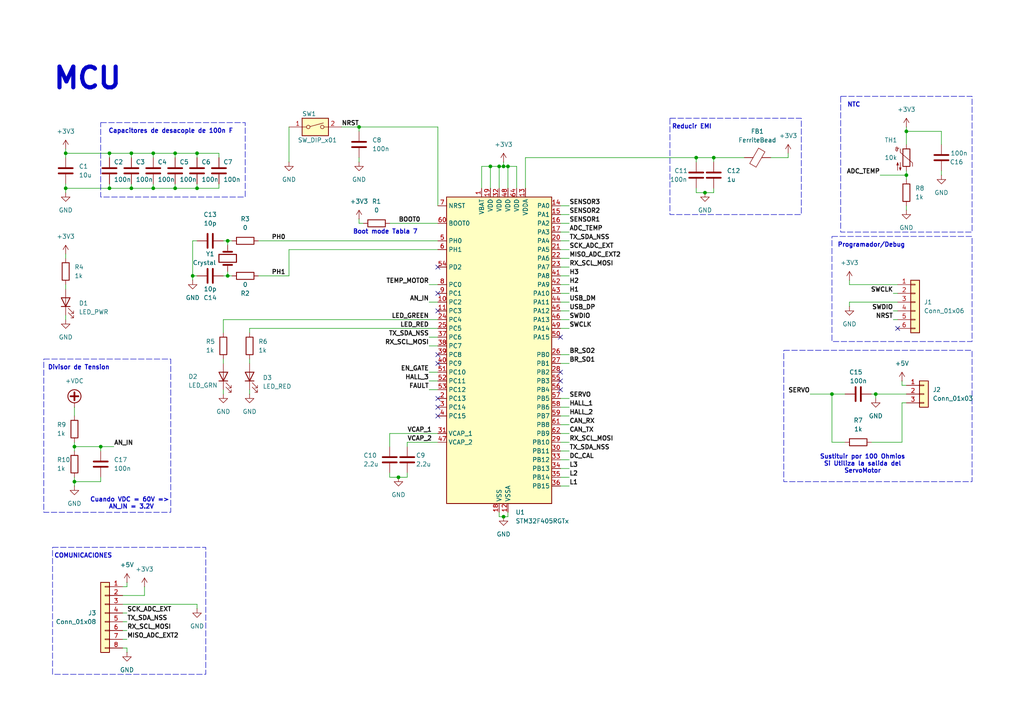
<source format=kicad_sch>
(kicad_sch (version 20231120) (generator "eeschema") (generator_version "8.0")
  (paper "A4")
  (lib_symbols
    (symbol "Connector_Generic:Conn_01x03" (pin_names (offset 1.016) hide)
      (property "Reference" "J" (at 0 5.08 0))
      (property "Value" "Conn_01x03" (at 0 -5.08 0))
      (symbol "Conn_01x03_1_1"
        (rectangle (start -1.27 -2.413) (end 0 -2.667) (stroke (width 0.1524)))
        (rectangle (start -1.27 0.127) (end 0 -0.127) (stroke (width 0.1524)))
        (rectangle (start -1.27 2.667) (end 0 2.413) (stroke (width 0.1524)))
        (rectangle (start -1.27 3.81) (end 1.27 -3.81) (stroke (width 0.254)) (fill (type background)))
        (pin passive line (at -5.08 2.54 0) (length 3.81) (name "Pin_1") (number "1"))
        (pin passive line (at -5.08 0 0) (length 3.81) (name "Pin_2") (number "2"))
        (pin passive line (at -5.08 -2.54 0) (length 3.81) (name "Pin_3") (number "3"))
      )
    )
    (symbol "Connector_Generic:Conn_01x06" (pin_names (offset 1.016) hide)
      (property "Reference" "J" (at 0 7.62 0))
      (property "Value" "Conn_01x06" (at 0 -10.16 0))
      (symbol "Conn_01x06_1_1"
        (rectangle (start -1.27 -7.493) (end 0 -7.747) (stroke (width 0.1524)))
        (rectangle (start -1.27 -4.953) (end 0 -5.207) (stroke (width 0.1524)))
        (rectangle (start -1.27 -2.413) (end 0 -2.667) (stroke (width 0.1524)))
        (rectangle (start -1.27 0.127) (end 0 -0.127) (stroke (width 0.1524)))
        (rectangle (start -1.27 2.667) (end 0 2.413) (stroke (width 0.1524)))
        (rectangle (start -1.27 5.207) (end 0 4.953) (stroke (width 0.1524)))
        (rectangle (start -1.27 6.35) (end 1.27 -8.89) (stroke (width 0.254)) (fill (type background)))
        (pin passive line (at -5.08 5.08 0) (length 3.81) (name "Pin_1") (number "1"))
        (pin passive line (at -5.08 2.54 0) (length 3.81) (name "Pin_2") (number "2"))
        (pin passive line (at -5.08 0 0) (length 3.81) (name "Pin_3") (number "3"))
        (pin passive line (at -5.08 -2.54 0) (length 3.81) (name "Pin_4") (number "4"))
        (pin passive line (at -5.08 -5.08 0) (length 3.81) (name "Pin_5") (number "5"))
        (pin passive line (at -5.08 -7.62 0) (length 3.81) (name "Pin_6") (number "6"))
      )
    )
    (symbol "Connector_Generic:Conn_01x08" (pin_names (offset 1.016) hide)
      (property "Reference" "J" (at 0 10.16 0))
      (property "Value" "Conn_01x08" (at 0 -12.7 0))
      (symbol "Conn_01x08_1_1"
        (rectangle (start -1.27 -10.033) (end 0 -10.287) (stroke (width 0.1524)))
        (rectangle (start -1.27 -7.493) (end 0 -7.747) (stroke (width 0.1524)))
        (rectangle (start -1.27 -4.953) (end 0 -5.207) (stroke (width 0.1524)))
        (rectangle (start -1.27 -2.413) (end 0 -2.667) (stroke (width 0.1524)))
        (rectangle (start -1.27 0.127) (end 0 -0.127) (stroke (width 0.1524)))
        (rectangle (start -1.27 2.667) (end 0 2.413) (stroke (width 0.1524)))
        (rectangle (start -1.27 5.207) (end 0 4.953) (stroke (width 0.1524)))
        (rectangle (start -1.27 7.747) (end 0 7.493) (stroke (width 0.1524)))
        (rectangle (start -1.27 8.89) (end 1.27 -11.43) (stroke (width 0.254)) (fill (type background)))
        (pin passive line (at -5.08 7.62 0) (length 3.81) (name "Pin_1") (number "1"))
        (pin passive line (at -5.08 5.08 0) (length 3.81) (name "Pin_2") (number "2"))
        (pin passive line (at -5.08 2.54 0) (length 3.81) (name "Pin_3") (number "3"))
        (pin passive line (at -5.08 0 0) (length 3.81) (name "Pin_4") (number "4"))
        (pin passive line (at -5.08 -2.54 0) (length 3.81) (name "Pin_5") (number "5"))
        (pin passive line (at -5.08 -5.08 0) (length 3.81) (name "Pin_6") (number "6"))
        (pin passive line (at -5.08 -7.62 0) (length 3.81) (name "Pin_7") (number "7"))
        (pin passive line (at -5.08 -10.16 0) (length 3.81) (name "Pin_8") (number "8"))
      )
    )
    (symbol "Device:C" (pin_numbers hide) (pin_names (offset 0.254))
      (property "Reference" "C" (at 0.635 2.54 0))
      (property "Value" "C" (at 0.635 -2.54 0))
      (symbol "C_0_1"
        (polyline (pts (xy -2.032 -0.762) (xy 2.032 -0.762)) (stroke (width 0.508)))
        (polyline (pts (xy -2.032 0.762) (xy 2.032 0.762)) (stroke (width 0.508)))
      )
      (symbol "C_1_1"
        (pin passive line (at 0 3.81 270) (length 2.794) (name "~") (number "1"))
        (pin passive line (at 0 -3.81 90) (length 2.794) (name "~") (number "2"))
      )
    )
    (symbol "Device:Crystal" (pin_numbers hide) (pin_names (offset 1.016) hide)
      (property "Reference" "Y" (at 0 3.81 0))
      (property "Value" "Crystal" (at 0 -3.81 0))
      (symbol "Crystal_0_1"
        (rectangle (start -1.143 2.54) (end 1.143 -2.54) (stroke (width 0.3048)))
        (polyline (pts (xy -2.54 0) (xy -1.905 0)))
        (polyline (pts (xy -1.905 -1.27) (xy -1.905 1.27)) (stroke (width 0.508)))
        (polyline (pts (xy 1.905 -1.27) (xy 1.905 1.27)) (stroke (width 0.508)))
        (polyline (pts (xy 2.54 0) (xy 1.905 0)))
      )
      (symbol "Crystal_1_1"
        (pin passive line (at -3.81 0 0) (length 1.27) (name "1") (number "1"))
        (pin passive line (at 3.81 0 180) (length 1.27) (name "2") (number "2"))
      )
    )
    (symbol "Device:FerriteBead" (pin_numbers hide) (pin_names (offset 0))
      (property "Reference" "FB" (at -3.81 0.635 90))
      (property "Value" "FerriteBead" (at 3.81 0 90))
      (symbol "FerriteBead_0_1"
        (polyline (pts (xy 0 -1.27) (xy 0 -1.2192)))
        (polyline (pts (xy 0 1.27) (xy 0 1.2954)))
        (polyline (pts (xy -2.7686 0.4064) (xy -1.7018 2.2606) (xy 2.7686 -0.3048) (xy 1.6764 -2.159) (xy -2.7686 0.4064)))
      )
      (symbol "FerriteBead_1_1"
        (pin passive line (at 0 3.81 270) (length 2.54) (name "~") (number "1"))
        (pin passive line (at 0 -3.81 90) (length 2.54) (name "~") (number "2"))
      )
    )
    (symbol "Device:LED" (pin_numbers hide) (pin_names (offset 1.016) hide)
      (property "Reference" "D" (at 0 2.54 0))
      (property "Value" "LED" (at 0 -2.54 0))
      (symbol "LED_0_1"
        (polyline (pts (xy -1.27 -1.27) (xy -1.27 1.27)) (stroke (width 0.254)))
        (polyline (pts (xy -1.27 0) (xy 1.27 0)))
        (polyline (pts (xy 1.27 -1.27) (xy 1.27 1.27) (xy -1.27 0) (xy 1.27 -1.27)) (stroke (width 0.254)))
        (polyline (pts (xy -3.048 -0.762) (xy -4.572 -2.286) (xy -3.81 -2.286) (xy -4.572 -2.286) (xy -4.572 -1.524)))
        (polyline (pts (xy -1.778 -0.762) (xy -3.302 -2.286) (xy -2.54 -2.286) (xy -3.302 -2.286) (xy -3.302 -1.524)))
      )
      (symbol "LED_1_1"
        (pin passive line (at -3.81 0 0) (length 2.54) (name "K") (number "1"))
        (pin passive line (at 3.81 0 180) (length 2.54) (name "A") (number "2"))
      )
    )
    (symbol "Device:R" (pin_numbers hide) (pin_names (offset 0))
      (property "Reference" "R" (at 2.032 0 90))
      (property "Value" "R" (at 0 0 90))
      (symbol "R_0_1"
        (rectangle (start -1.016 -2.54) (end 1.016 2.54) (stroke (width 0.254)))
      )
      (symbol "R_1_1"
        (pin passive line (at 0 3.81 270) (length 1.27) (name "~") (number "1"))
        (pin passive line (at 0 -3.81 90) (length 1.27) (name "~") (number "2"))
      )
    )
    (symbol "Device:Thermistor_NTC" (pin_numbers hide) (pin_names (offset 0))
      (property "Reference" "TH" (at -4.445 0 90))
      (property "Value" "Thermistor_NTC" (at 3.175 0 90))
      (symbol "Thermistor_NTC_0_1"
        (arc (start -3.048 2.159) (mid -3.0495 2.3143) (end -3.175 2.413))
        (arc (start -3.048 2.159) (mid -2.9736 1.9794) (end -2.794 1.905))
        (arc (start -3.048 2.794) (mid -2.9736 2.6144) (end -2.794 2.54))
        (arc (start -2.794 1.905) (mid -2.6144 1.9794) (end -2.54 2.159))
        (arc (start -2.794 2.54) (mid -2.4393 2.5587) (end -2.159 2.794))
        (arc (start -2.794 3.048) (mid -2.9736 2.9736) (end -3.048 2.794))
        (arc (start -2.54 2.794) (mid -2.6144 2.9736) (end -2.794 3.048))
        (rectangle (start -1.016 2.54) (end 1.016 -2.54) (stroke (width 0.254)))
        (polyline (pts (xy -2.54 2.159) (xy -2.54 2.794)))
        (polyline (pts (xy -1.778 2.54) (xy -1.778 1.524) (xy 1.778 -1.524) (xy 1.778 -2.54)))
        (polyline (pts (xy -2.54 -3.683) (xy -2.54 -1.397) (xy -2.794 -2.159) (xy -2.286 -2.159) (xy -2.54 -1.397) (xy -2.54 -1.651)) (fill (type outline)))
        (polyline (pts (xy -1.778 -1.397) (xy -1.778 -3.683) (xy -2.032 -2.921) (xy -1.524 -2.921) (xy -1.778 -3.683) (xy -1.778 -3.429)) (fill (type outline)))
      )
      (symbol "Thermistor_NTC_1_1"
        (pin passive line (at 0 3.81 270) (length 1.27) (name "~") (number "1"))
        (pin passive line (at 0 -3.81 90) (length 1.27) (name "~") (number "2"))
      )
    )
    (symbol "MCU_ST_STM32F4:STM32F405RGTx"
      (property "Reference" "U" (at -15.24 46.99 0))
      (property "Value" "STM32F405RGTx" (at 10.16 46.99 0))
      (symbol "STM32F405RGTx_0_1"
        (rectangle (start -15.24 -43.18) (end 15.24 45.72) (stroke (width 0.254)) (fill (type background)))
      )
      (symbol "STM32F405RGTx_1_1"
        (pin power_in line (at -5.08 48.26 270) (length 2.54) (name "VBAT") (number "1"))
        (pin bidirectional line (at -17.78 15.24 0) (length 2.54) (name "PC2") (number "10"))
        (pin bidirectional line (at -17.78 12.7 0) (length 2.54) (name "PC3") (number "11"))
        (pin power_in line (at 2.54 -45.72 90) (length 2.54) (name "VSSA") (number "12"))
        (pin power_in line (at 7.62 48.26 270) (length 2.54) (name "VDDA") (number "13"))
        (pin bidirectional line (at 17.78 43.18 180) (length 2.54) (name "PA0") (number "14"))
        (pin bidirectional line (at 17.78 40.64 180) (length 2.54) (name "PA1") (number "15"))
        (pin bidirectional line (at 17.78 38.1 180) (length 2.54) (name "PA2") (number "16"))
        (pin bidirectional line (at 17.78 35.56 180) (length 2.54) (name "PA3") (number "17"))
        (pin power_in line (at 0 -45.72 90) (length 2.54) (name "VSS") (number "18"))
        (pin power_in line (at -2.54 48.26 270) (length 2.54) (name "VDD") (number "19"))
        (pin bidirectional line (at -17.78 -12.7 0) (length 2.54) (name "PC13") (number "2"))
        (pin bidirectional line (at 17.78 33.02 180) (length 2.54) (name "PA4") (number "20"))
        (pin bidirectional line (at 17.78 30.48 180) (length 2.54) (name "PA5") (number "21"))
        (pin bidirectional line (at 17.78 27.94 180) (length 2.54) (name "PA6") (number "22"))
        (pin bidirectional line (at 17.78 25.4 180) (length 2.54) (name "PA7") (number "23"))
        (pin bidirectional line (at -17.78 10.16 0) (length 2.54) (name "PC4") (number "24"))
        (pin bidirectional line (at -17.78 7.62 0) (length 2.54) (name "PC5") (number "25"))
        (pin bidirectional line (at 17.78 0 180) (length 2.54) (name "PB0") (number "26"))
        (pin bidirectional line (at 17.78 -2.54 180) (length 2.54) (name "PB1") (number "27"))
        (pin bidirectional line (at 17.78 -5.08 180) (length 2.54) (name "PB2") (number "28"))
        (pin bidirectional line (at 17.78 -25.4 180) (length 2.54) (name "PB10") (number "29"))
        (pin bidirectional line (at -17.78 -15.24 0) (length 2.54) (name "PC14") (number "3"))
        (pin bidirectional line (at 17.78 -27.94 180) (length 2.54) (name "PB11") (number "30"))
        (pin power_out line (at -17.78 -22.86 0) (length 2.54) (name "VCAP_1") (number "31"))
        (pin power_in line (at 0 48.26 270) (length 2.54) (name "VDD") (number "32"))
        (pin bidirectional line (at 17.78 -30.48 180) (length 2.54) (name "PB12") (number "33"))
        (pin bidirectional line (at 17.78 -33.02 180) (length 2.54) (name "PB13") (number "34"))
        (pin bidirectional line (at 17.78 -35.56 180) (length 2.54) (name "PB14") (number "35"))
        (pin bidirectional line (at 17.78 -38.1 180) (length 2.54) (name "PB15") (number "36"))
        (pin bidirectional line (at -17.78 5.08 0) (length 2.54) (name "PC6") (number "37"))
        (pin bidirectional line (at -17.78 2.54 0) (length 2.54) (name "PC7") (number "38"))
        (pin bidirectional line (at -17.78 0 0) (length 2.54) (name "PC8") (number "39"))
        (pin bidirectional line (at -17.78 -17.78 0) (length 2.54) (name "PC15") (number "4"))
        (pin bidirectional line (at -17.78 -2.54 0) (length 2.54) (name "PC9") (number "40"))
        (pin bidirectional line (at 17.78 22.86 180) (length 2.54) (name "PA8") (number "41"))
        (pin bidirectional line (at 17.78 20.32 180) (length 2.54) (name "PA9") (number "42"))
        (pin bidirectional line (at 17.78 17.78 180) (length 2.54) (name "PA10") (number "43"))
        (pin bidirectional line (at 17.78 15.24 180) (length 2.54) (name "PA11") (number "44"))
        (pin bidirectional line (at 17.78 12.7 180) (length 2.54) (name "PA12") (number "45"))
        (pin bidirectional line (at 17.78 10.16 180) (length 2.54) (name "PA13") (number "46"))
        (pin power_out line (at -17.78 -25.4 0) (length 2.54) (name "VCAP_2") (number "47"))
        (pin power_in line (at 2.54 48.26 270) (length 2.54) (name "VDD") (number "48"))
        (pin bidirectional line (at 17.78 7.62 180) (length 2.54) (name "PA14") (number "49"))
        (pin bidirectional line (at -17.78 33.02 0) (length 2.54) (name "PH0") (number "5"))
        (pin bidirectional line (at 17.78 5.08 180) (length 2.54) (name "PA15") (number "50"))
        (pin bidirectional line (at -17.78 -5.08 0) (length 2.54) (name "PC10") (number "51"))
        (pin bidirectional line (at -17.78 -7.62 0) (length 2.54) (name "PC11") (number "52"))
        (pin bidirectional line (at -17.78 -10.16 0) (length 2.54) (name "PC12") (number "53"))
        (pin bidirectional line (at -17.78 25.4 0) (length 2.54) (name "PD2") (number "54"))
        (pin bidirectional line (at 17.78 -7.62 180) (length 2.54) (name "PB3") (number "55"))
        (pin bidirectional line (at 17.78 -10.16 180) (length 2.54) (name "PB4") (number "56"))
        (pin bidirectional line (at 17.78 -12.7 180) (length 2.54) (name "PB5") (number "57"))
        (pin bidirectional line (at 17.78 -15.24 180) (length 2.54) (name "PB6") (number "58"))
        (pin bidirectional line (at 17.78 -17.78 180) (length 2.54) (name "PB7") (number "59"))
        (pin bidirectional line (at -17.78 30.48 0) (length 2.54) (name "PH1") (number "6"))
        (pin input line (at -17.78 38.1 0) (length 2.54) (name "BOOT0") (number "60"))
        (pin bidirectional line (at 17.78 -20.32 180) (length 2.54) (name "PB8") (number "61"))
        (pin bidirectional line (at 17.78 -22.86 180) (length 2.54) (name "PB9") (number "62"))
        (pin passive line (at 0 -45.72 90) (length 2.54) hide (name "VSS") (number "63"))
        (pin power_in line (at 5.08 48.26 270) (length 2.54) (name "VDD") (number "64"))
        (pin input line (at -17.78 43.18 0) (length 2.54) (name "NRST") (number "7"))
        (pin bidirectional line (at -17.78 20.32 0) (length 2.54) (name "PC0") (number "8"))
        (pin bidirectional line (at -17.78 17.78 0) (length 2.54) (name "PC1") (number "9"))
      )
    )
    (symbol "Switch:SW_DIP_x01" (pin_names (offset 0) hide)
      (property "Reference" "SW" (at 0 3.81 0))
      (property "Value" "SW_DIP_x01" (at 0 -3.81 0))
      (symbol "SW_DIP_x01_0_0"
        (circle (center -2.032 0) (radius 0.508))
        (polyline (pts (xy -1.524 0.127) (xy 2.3622 1.1684)))
        (circle (center 2.032 0) (radius 0.508))
      )
      (symbol "SW_DIP_x01_0_1"
        (rectangle (start -3.81 2.54) (end 3.81 -2.54) (stroke (width 0.254)) (fill (type background)))
      )
      (symbol "SW_DIP_x01_1_1"
        (pin passive line (at -7.62 0 0) (length 5.08) (name "~") (number "1"))
        (pin passive line (at 7.62 0 180) (length 5.08) (name "~") (number "2"))
      )
    )
    (symbol "power:+3V3" (power) (pin_numbers hide) (pin_names (offset 0) hide)
      (property "Value" "+3V3" (at 0 3.556 0))
      (symbol "+3V3_0_1"
        (polyline (pts (xy -0.762 1.27) (xy 0 2.54)))
        (polyline (pts (xy 0 0) (xy 0 2.54)))
        (polyline (pts (xy 0 2.54) (xy 0.762 1.27)))
      )
      (symbol "+3V3_1_1"
        (pin power_in line (at 0 0 90) (length 0) (name "~") (number "1"))
      )
    )
    (symbol "power:+5V" (power) (pin_numbers hide) (pin_names (offset 0) hide)
      (property "Value" "+5V" (at 0 3.556 0))
      (symbol "+5V_0_1"
        (polyline (pts (xy -0.762 1.27) (xy 0 2.54)))
        (polyline (pts (xy 0 0) (xy 0 2.54)))
        (polyline (pts (xy 0 2.54) (xy 0.762 1.27)))
      )
      (symbol "+5V_1_1"
        (pin power_in line (at 0 0 90) (length 0) (name "~") (number "1"))
      )
    )
    (symbol "power:+VDC" (power) (pin_numbers hide) (pin_names (offset 0) hide)
      (property "Value" "+VDC" (at 0 6.35 0))
      (symbol "+VDC_0_1"
        (polyline (pts (xy -1.143 3.175) (xy 1.143 3.175)) (stroke (width 0.508)))
        (polyline (pts (xy 0 0) (xy 0 1.27)))
        (polyline (pts (xy 0 2.032) (xy 0 4.318)) (stroke (width 0.508)))
        (circle (center 0 3.175) (radius 1.905) (stroke (width 0.254)))
      )
      (symbol "+VDC_1_1"
        (pin power_in line (at 0 0 90) (length 0) (name "~") (number "1"))
      )
    )
    (symbol "power:GND" (power) (pin_numbers hide) (pin_names (offset 0) hide)
      (property "Value" "GND" (at 0 -3.81 0))
      (symbol "GND_0_1"
        (polyline (pts (xy 0 0) (xy 0 -1.27) (xy 1.27 -1.27) (xy 0 -2.54) (xy -1.27 -1.27) (xy 0 -1.27)))
      )
      (symbol "GND_1_1"
        (pin power_in line (at 0 0 270) (length 0) (name "~") (number "1"))
      )
    )
  )
  (junction (at 55.88 80.01))
  (junction (at 115.57 138.43))
  (junction (at 207.01 45.72))
  (junction (at 262.89 38.1))
  (junction (at 19.05 44.45))
  (junction (at 21.59 139.7))
  (junction (at 44.45 54.61))
  (junction (at 142.24 48.26))
  (junction (at 38.1 54.61))
  (junction (at 241.3 114.3))
  (junction (at 50.8 44.45))
  (junction (at 144.78 48.26))
  (junction (at 262.89 50.8))
  (junction (at 254 114.3))
  (junction (at 201.93 45.72))
  (junction (at 57.15 54.61))
  (junction (at 57.15 44.45))
  (junction (at 31.75 54.61))
  (junction (at 104.14 36.83))
  (junction (at 146.05 48.26))
  (junction (at 29.21 129.54))
  (junction (at 31.75 44.45))
  (junction (at 204.47 55.88))
  (junction (at 19.05 54.61))
  (junction (at 147.32 48.26))
  (junction (at 146.05 149.86))
  (junction (at 21.59 129.54))
  (junction (at 66.04 80.01))
  (junction (at 38.1 44.45))
  (junction (at 50.8 54.61))
  (junction (at 66.04 69.85))
  (junction (at 44.45 44.45))
  (no_connect (at 260.35 95.25))
  (no_connect (at 127 105.41))
  (no_connect (at 127 77.47))
  (no_connect (at 127 85.09))
  (no_connect (at 162.56 110.49))
  (no_connect (at 127 115.57))
  (no_connect (at 162.56 97.79))
  (no_connect (at 127 90.17))
  (no_connect (at 162.56 113.03))
  (no_connect (at 127 118.11))
  (no_connect (at 162.56 107.95))
  (no_connect (at 127 102.87))
  (no_connect (at 127 120.65))
  (wire (pts (xy 72.39 95.25) (xy 72.39 96.52)))
  (wire (pts (xy 19.05 91.44) (xy 19.05 92.71)))
  (wire (pts (xy 19.05 43.18) (xy 19.05 44.45)))
  (wire (pts (xy 55.88 80.01) (xy 57.15 80.01)))
  (wire (pts (xy 162.56 80.01) (xy 165.1 80.01)))
  (wire (pts (xy 259.08 92.71) (xy 260.35 92.71)))
  (wire (pts (xy 201.93 54.61) (xy 201.93 55.88)))
  (wire (pts (xy 273.05 49.53) (xy 273.05 50.8)))
  (wire (pts (xy 35.56 182.88) (xy 36.83 182.88)))
  (wire (pts (xy 201.93 45.72) (xy 207.01 45.72)))
  (wire (pts (xy 38.1 53.34) (xy 38.1 54.61)))
  (wire (pts (xy 259.08 90.17) (xy 260.35 90.17)))
  (wire (pts (xy 19.05 54.61) (xy 19.05 55.88)))
  (wire (pts (xy 124.46 87.63) (xy 127 87.63)))
  (wire (pts (xy 31.75 44.45) (xy 19.05 44.45)))
  (wire (pts (xy 142.24 48.26) (xy 144.78 48.26)))
  (wire (pts (xy 152.4 45.72) (xy 152.4 54.61)))
  (wire (pts (xy 261.62 116.84) (xy 261.62 128.27)))
  (wire (pts (xy 104.14 38.1) (xy 104.14 36.83)))
  (wire (pts (xy 246.38 82.55) (xy 246.38 81.28)))
  (wire (pts (xy 147.32 48.26) (xy 147.32 54.61)))
  (wire (pts (xy 36.83 187.96) (xy 36.83 189.23)))
  (wire (pts (xy 31.75 45.72) (xy 31.75 44.45)))
  (wire (pts (xy 162.56 125.73) (xy 165.1 125.73)))
  (wire (pts (xy 142.24 48.26) (xy 142.24 54.61)))
  (wire (pts (xy 127 36.83) (xy 127 59.69)))
  (wire (pts (xy 241.3 114.3) (xy 245.11 114.3)))
  (wire (pts (xy 127 125.73) (xy 113.03 125.73)))
  (wire (pts (xy 201.93 55.88) (xy 204.47 55.88)))
  (wire (pts (xy 113.03 137.16) (xy 113.03 138.43)))
  (wire (pts (xy 99.06 36.83) (xy 104.14 36.83)))
  (wire (pts (xy 146.05 46.99) (xy 146.05 48.26)))
  (wire (pts (xy 162.56 92.71) (xy 165.1 92.71)))
  (wire (pts (xy 104.14 45.72) (xy 104.14 46.99)))
  (wire (pts (xy 83.82 80.01) (xy 83.82 72.39)))
  (wire (pts (xy 162.56 105.41) (xy 165.1 105.41)))
  (wire (pts (xy 262.89 111.76) (xy 261.62 111.76)))
  (wire (pts (xy 162.56 77.47) (xy 165.1 77.47)))
  (wire (pts (xy 262.89 38.1) (xy 273.05 38.1)))
  (wire (pts (xy 139.7 48.26) (xy 142.24 48.26)))
  (wire (pts (xy 124.46 100.33) (xy 127 100.33)))
  (wire (pts (xy 105.41 64.77) (xy 104.14 64.77)))
  (wire (pts (xy 41.91 172.72) (xy 41.91 170.18)))
  (wire (pts (xy 207.01 46.99) (xy 207.01 45.72)))
  (wire (pts (xy 162.56 59.69) (xy 165.1 59.69)))
  (wire (pts (xy 255.27 50.8) (xy 262.89 50.8)))
  (wire (pts (xy 162.56 102.87) (xy 165.1 102.87)))
  (wire (pts (xy 147.32 148.59) (xy 147.32 149.86)))
  (wire (pts (xy 50.8 44.45) (xy 44.45 44.45)))
  (wire (pts (xy 29.21 130.81) (xy 29.21 129.54)))
  (wire (pts (xy 64.77 69.85) (xy 66.04 69.85)))
  (wire (pts (xy 50.8 54.61) (xy 44.45 54.61)))
  (wire (pts (xy 152.4 45.72) (xy 201.93 45.72)))
  (wire (pts (xy 21.59 128.27) (xy 21.59 129.54)))
  (wire (pts (xy 259.08 85.09) (xy 260.35 85.09)))
  (wire (pts (xy 35.56 185.42) (xy 36.83 185.42)))
  (wire (pts (xy 124.46 113.03) (xy 127 113.03)))
  (wire (pts (xy 162.56 133.35) (xy 165.1 133.35)))
  (wire (pts (xy 66.04 78.74) (xy 66.04 80.01)))
  (wire (pts (xy 254 114.3) (xy 262.89 114.3)))
  (wire (pts (xy 35.56 170.18) (xy 36.83 170.18)))
  (wire (pts (xy 19.05 54.61) (xy 31.75 54.61)))
  (wire (pts (xy 162.56 140.97) (xy 165.1 140.97)))
  (wire (pts (xy 162.56 62.23) (xy 165.1 62.23)))
  (wire (pts (xy 64.77 92.71) (xy 127 92.71)))
  (wire (pts (xy 139.7 48.26) (xy 139.7 54.61)))
  (wire (pts (xy 29.21 138.43) (xy 29.21 139.7)))
  (wire (pts (xy 66.04 69.85) (xy 67.31 69.85)))
  (wire (pts (xy 72.39 95.25) (xy 127 95.25)))
  (wire (pts (xy 74.93 69.85) (xy 127 69.85)))
  (wire (pts (xy 147.32 48.26) (xy 146.05 48.26)))
  (wire (pts (xy 38.1 45.72) (xy 38.1 44.45)))
  (wire (pts (xy 228.6 45.72) (xy 223.52 45.72)))
  (wire (pts (xy 124.46 82.55) (xy 127 82.55)))
  (wire (pts (xy 162.56 138.43) (xy 165.1 138.43)))
  (wire (pts (xy 124.46 107.95) (xy 127 107.95)))
  (wire (pts (xy 162.56 82.55) (xy 165.1 82.55)))
  (wire (pts (xy 64.77 92.71) (xy 64.77 96.52)))
  (wire (pts (xy 215.9 45.72) (xy 207.01 45.72)))
  (wire (pts (xy 64.77 104.14) (xy 64.77 105.41)))
  (wire (pts (xy 19.05 82.55) (xy 19.05 83.82)))
  (wire (pts (xy 234.95 114.3) (xy 241.3 114.3)))
  (wire (pts (xy 162.56 72.39) (xy 165.1 72.39)))
  (wire (pts (xy 113.03 64.77) (xy 127 64.77)))
  (wire (pts (xy 113.03 125.73) (xy 113.03 129.54)))
  (wire (pts (xy 246.38 87.63) (xy 246.38 88.9)))
  (wire (pts (xy 149.86 48.26) (xy 149.86 54.61)))
  (wire (pts (xy 83.82 36.83) (xy 83.82 46.99)))
  (wire (pts (xy 21.59 118.11) (xy 21.59 120.65)))
  (wire (pts (xy 57.15 54.61) (xy 50.8 54.61)))
  (wire (pts (xy 63.5 45.72) (xy 63.5 44.45)))
  (wire (pts (xy 162.56 67.31) (xy 165.1 67.31)))
  (wire (pts (xy 162.56 118.11) (xy 165.1 118.11)))
  (wire (pts (xy 162.56 64.77) (xy 165.1 64.77)))
  (wire (pts (xy 50.8 45.72) (xy 50.8 44.45)))
  (wire (pts (xy 74.93 80.01) (xy 83.82 80.01)))
  (wire (pts (xy 162.56 128.27) (xy 165.1 128.27)))
  (wire (pts (xy 57.15 45.72) (xy 57.15 44.45)))
  (wire (pts (xy 21.59 129.54) (xy 21.59 130.81)))
  (wire (pts (xy 50.8 53.34) (xy 50.8 54.61)))
  (wire (pts (xy 72.39 104.14) (xy 72.39 105.41)))
  (wire (pts (xy 144.78 48.26) (xy 144.78 54.61)))
  (wire (pts (xy 55.88 69.85) (xy 55.88 80.01)))
  (wire (pts (xy 35.56 187.96) (xy 36.83 187.96)))
  (wire (pts (xy 260.35 82.55) (xy 246.38 82.55)))
  (wire (pts (xy 207.01 54.61) (xy 207.01 55.88)))
  (wire (pts (xy 36.83 170.18) (xy 36.83 168.91)))
  (wire (pts (xy 21.59 138.43) (xy 21.59 139.7)))
  (wire (pts (xy 63.5 53.34) (xy 63.5 54.61)))
  (wire (pts (xy 104.14 64.77) (xy 104.14 63.5)))
  (wire (pts (xy 35.56 172.72) (xy 41.91 172.72)))
  (wire (pts (xy 57.15 53.34) (xy 57.15 54.61)))
  (wire (pts (xy 262.89 116.84) (xy 261.62 116.84)))
  (wire (pts (xy 104.14 36.83) (xy 127 36.83)))
  (wire (pts (xy 19.05 73.66) (xy 19.05 74.93)))
  (wire (pts (xy 19.05 44.45) (xy 19.05 45.72)))
  (wire (pts (xy 262.89 36.83) (xy 262.89 38.1)))
  (wire (pts (xy 21.59 129.54) (xy 29.21 129.54)))
  (wire (pts (xy 44.45 45.72) (xy 44.45 44.45)))
  (wire (pts (xy 124.46 97.79) (xy 127 97.79)))
  (wire (pts (xy 38.1 54.61) (xy 44.45 54.61)))
  (wire (pts (xy 162.56 90.17) (xy 165.1 90.17)))
  (wire (pts (xy 44.45 44.45) (xy 38.1 44.45)))
  (wire (pts (xy 207.01 55.88) (xy 204.47 55.88)))
  (wire (pts (xy 273.05 41.91) (xy 273.05 38.1)))
  (wire (pts (xy 245.11 128.27) (xy 241.3 128.27)))
  (wire (pts (xy 31.75 54.61) (xy 38.1 54.61)))
  (wire (pts (xy 64.77 80.01) (xy 66.04 80.01)))
  (wire (pts (xy 124.46 110.49) (xy 127 110.49)))
  (wire (pts (xy 262.89 59.69) (xy 262.89 60.96)))
  (wire (pts (xy 21.59 139.7) (xy 21.59 140.97)))
  (wire (pts (xy 35.56 177.8) (xy 36.83 177.8)))
  (wire (pts (xy 115.57 138.43) (xy 118.11 138.43)))
  (wire (pts (xy 35.56 175.26) (xy 57.15 175.26)))
  (wire (pts (xy 29.21 129.54) (xy 33.02 129.54)))
  (wire (pts (xy 162.56 123.19) (xy 165.1 123.19)))
  (wire (pts (xy 201.93 46.99) (xy 201.93 45.72)))
  (wire (pts (xy 83.82 72.39) (xy 127 72.39)))
  (wire (pts (xy 261.62 128.27) (xy 252.73 128.27)))
  (wire (pts (xy 261.62 111.76) (xy 261.62 110.49)))
  (wire (pts (xy 57.15 69.85) (xy 55.88 69.85)))
  (wire (pts (xy 228.6 44.45) (xy 228.6 45.72)))
  (wire (pts (xy 241.3 114.3) (xy 241.3 128.27)))
  (wire (pts (xy 57.15 44.45) (xy 50.8 44.45)))
  (wire (pts (xy 19.05 53.34) (xy 19.05 54.61)))
  (wire (pts (xy 66.04 80.01) (xy 67.31 80.01)))
  (wire (pts (xy 64.77 113.03) (xy 64.77 114.3)))
  (wire (pts (xy 63.5 54.61) (xy 57.15 54.61)))
  (wire (pts (xy 162.56 135.89) (xy 165.1 135.89)))
  (wire (pts (xy 252.73 114.3) (xy 254 114.3)))
  (wire (pts (xy 260.35 87.63) (xy 246.38 87.63)))
  (wire (pts (xy 162.56 87.63) (xy 165.1 87.63)))
  (wire (pts (xy 63.5 44.45) (xy 57.15 44.45)))
  (wire (pts (xy 44.45 53.34) (xy 44.45 54.61)))
  (wire (pts (xy 118.11 128.27) (xy 127 128.27)))
  (wire (pts (xy 162.56 69.85) (xy 165.1 69.85)))
  (wire (pts (xy 55.88 80.01) (xy 55.88 81.28)))
  (wire (pts (xy 118.11 128.27) (xy 118.11 129.54)))
  (wire (pts (xy 57.15 175.26) (xy 57.15 176.53)))
  (wire (pts (xy 162.56 74.93) (xy 165.1 74.93)))
  (wire (pts (xy 262.89 50.8) (xy 262.89 52.07)))
  (wire (pts (xy 31.75 53.34) (xy 31.75 54.61)))
  (wire (pts (xy 144.78 48.26) (xy 146.05 48.26)))
  (wire (pts (xy 144.78 149.86) (xy 146.05 149.86)))
  (wire (pts (xy 254 114.3) (xy 254 115.57)))
  (wire (pts (xy 262.89 41.91) (xy 262.89 38.1)))
  (wire (pts (xy 162.56 130.81) (xy 165.1 130.81)))
  (wire (pts (xy 29.21 139.7) (xy 21.59 139.7)))
  (wire (pts (xy 162.56 115.57) (xy 165.1 115.57)))
  (wire (pts (xy 72.39 113.03) (xy 72.39 114.3)))
  (wire (pts (xy 144.78 148.59) (xy 144.78 149.86)))
  (wire (pts (xy 162.56 120.65) (xy 165.1 120.65)))
  (wire (pts (xy 262.89 49.53) (xy 262.89 50.8)))
  (wire (pts (xy 31.75 44.45) (xy 38.1 44.45)))
  (wire (pts (xy 66.04 69.85) (xy 66.04 71.12)))
  (wire (pts (xy 147.32 149.86) (xy 146.05 149.86)))
  (wire (pts (xy 162.56 95.25) (xy 165.1 95.25)))
  (wire (pts (xy 118.11 137.16) (xy 118.11 138.43)))
  (wire (pts (xy 162.56 85.09) (xy 165.1 85.09)))
  (wire (pts (xy 113.03 138.43) (xy 115.57 138.43)))
  (wire (pts (xy 149.86 48.26) (xy 147.32 48.26)))
  (wire (pts (xy 35.56 180.34) (xy 36.83 180.34)))
  (rectangle (start 241.3 68.58) (end 281.94 99.06) (stroke (width 0) (type dash)))
  (rectangle (start 194.31 34.29) (end 232.41 62.23) (stroke (width 0) (type dash)))
  (rectangle (start 15.24 158.75) (end 59.69 195.58) (stroke (width 0) (type dash)))
  (rectangle (start 12.7 104.14) (end 49.53 148.59) (stroke (width 0) (type dash)))
  (rectangle (start 227.33 101.6) (end 281.94 139.7) (stroke (width 0) (type dash)))
  (rectangle (start 243.84 27.94) (end 281.94 67.31) (stroke (width 0) (type dash)))
  (rectangle (start 29.21 35.56) (end 71.12 57.15) (stroke (width 0) (type dash)))
  (text "Cuando VDC = 60V => \nAN_IN = 3.2V" (at 38.1 146.05 0) (effects (font (size 1.27 1.27) (thickness 0.254) (bold yes))))
  (text "MCU" (at 25.4 22.86 0) (effects (font (size 6 6) (thickness 1.2) (bold yes))))
  (text "NTC" (at 247.65 30.48 0) (effects (font (size 1.27 1.27) (thickness 0.254) (bold yes))))
  (text "Sustituir por 100 Ohmios\nSi Utiliza la salida del\nServoMotor" (at 250.19 134.62 0) (effects (font (size 1.27 1.27) (thickness 0.254) (bold yes))))
  (text "Reducir EMI" (at 200.66 36.83 0) (effects (font (size 1.27 1.27) (thickness 0.254) (bold yes))))
  (text "Boot mode Tabla 7" (at 111.76 67.31 0) (effects (font (size 1.27 1.27) (thickness 0.254) (bold yes))))
  (text "Divisor de Tension" (at 22.86 106.68 0) (effects (font (size 1.27 1.27) (thickness 0.254) (bold yes))))
  (text "Capacitores de desacople de 100n F" (at 49.53 38.1 0) (effects (font (size 1.27 1.27) (thickness 0.254) (bold yes))))
  (text "COMUNICACIONES" (at 24.13 161.29 0) (effects (font (size 1.27 1.27) (thickness 0.254) (bold yes))))
  (text "Programador/Debug" (at 252.73 71.12 0) (effects (font (size 1.27 1.27) (thickness 0.254) (bold yes))))
  (label "BR_SO2" (at 165.1 102.87 0) (effects (font (thickness 0.254) (bold yes))))
  (label "NRST" (at 99.06 36.83 0) (effects (font (thickness 0.254) (bold yes))))
  (label "FAULT" (at 124.46 113.03 180) (effects (font (thickness 0.254) (bold yes))))
  (label "L1" (at 165.1 140.97 0) (effects (font (thickness 0.254) (bold yes))))
  (label "HALL_1" (at 165.1 118.11 0) (effects (font (thickness 0.254) (bold yes))))
  (label "USB_DP" (at 165.1 90.17 0) (effects (font (thickness 0.254) (bold yes))))
  (label "VCAP_2" (at 118.11 128.27 0) (effects (font (thickness 0.254) (bold yes))))
  (label "SWDIO" (at 165.1 92.71 0) (effects (font (thickness 0.254) (bold yes))))
  (label "TX_SDA_NSS" (at 124.46 97.79 180) (effects (font (thickness 0.254) (bold yes))))
  (label "PH1" (at 78.74 80.01 0) (effects (font (thickness 0.254) (bold yes))))
  (label "USB_DM" (at 165.1 87.63 0) (effects (font (thickness 0.254) (bold yes))))
  (label "HALL_3" (at 124.46 110.49 180) (effects (font (thickness 0.254) (bold yes))))
  (label "H2" (at 165.1 82.55 0) (effects (font (thickness 0.254) (bold yes))))
  (label "SERVO" (at 234.95 114.3 180) (effects (font (thickness 0.254) (bold yes))))
  (label "SCK_ADC_EXT" (at 36.83 177.8 0) (effects (font (thickness 0.254) (bold yes))))
  (label "TX_SDA_NSS" (at 36.83 180.34 0) (effects (font (thickness 0.254) (bold yes))))
  (label "NRST" (at 259.08 92.71 180) (effects (font (thickness 0.254) (bold yes))))
  (label "LED_GREEN" (at 124.46 92.71 180) (effects (font (thickness 0.254) (bold yes))))
  (label "CAN_TX" (at 165.1 125.73 0) (effects (font (thickness 0.254) (bold yes))))
  (label "TX_SDA_NSS" (at 165.1 130.81 0) (effects (font (thickness 0.254) (bold yes))))
  (label "SENSOR2" (at 165.1 62.23 0) (effects (font (thickness 0.254) (bold yes))))
  (label "BR_SO1" (at 165.1 105.41 0) (effects (font (thickness 0.254) (bold yes))))
  (label "SENSOR1" (at 165.1 64.77 0) (effects (font (thickness 0.254) (bold yes))))
  (label "RX_SCL_MOSI" (at 124.46 100.33 180) (effects (font (thickness 0.254) (bold yes))))
  (label "H1" (at 165.1 85.09 0) (effects (font (thickness 0.254) (bold yes))))
  (label "TEMP_MOTOR" (at 124.46 82.55 180) (effects (font (thickness 0.254) (bold yes))))
  (label "CAN_RX" (at 165.1 123.19 0) (effects (font (thickness 0.254) (bold yes))))
  (label "DC_CAL" (at 165.1 133.35 0) (effects (font (thickness 0.254) (bold yes))))
  (label "ADC_TEMP" (at 255.27 50.8 180) (effects (font (thickness 0.254) (bold yes))))
  (label "L2" (at 165.1 138.43 0) (effects (font (thickness 0.254) (bold yes))))
  (label "SCK_ADC_EXT" (at 165.1 72.39 0) (effects (font (thickness 0.254) (bold yes))))
  (label "RX_SCL_MOSI" (at 36.83 182.88 0) (effects (font (thickness 0.254) (bold yes))))
  (label "SWCLK" (at 165.1 95.25 0) (effects (font (thickness 0.254) (bold yes))))
  (label "BOOT0" (at 115.57 64.77 0) (effects (font (thickness 0.254) (bold yes))))
  (label "SERVO" (at 165.1 115.57 0) (effects (font (thickness 0.254) (bold yes))))
  (label "HALL_2" (at 165.1 120.65 0) (effects (font (thickness 0.254) (bold yes))))
  (label "TX_SDA_NSS" (at 165.1 69.85 0) (effects (font (thickness 0.254) (bold yes))))
  (label "ADC_TEMP" (at 165.1 67.31 0) (effects (font (thickness 0.254) (bold yes))))
  (label "SENSOR3" (at 165.1 59.69 0) (effects (font (thickness 0.254) (bold yes))))
  (label "RX_SCL_MOSI" (at 165.1 77.47 0) (effects (font (thickness 0.254) (bold yes))))
  (label "AN_IN" (at 33.02 129.54 0) (effects (font (thickness 0.254) (bold yes))))
  (label "LED_RED" (at 124.46 95.25 180) (effects (font (thickness 0.254) (bold yes))))
  (label "AN_IN" (at 124.46 87.63 180) (effects (font (thickness 0.254) (bold yes))))
  (label "MISO_ADC_EXT2" (at 165.1 74.93 0) (effects (font (thickness 0.254) (bold yes))))
  (label "RX_SCL_MOSI" (at 165.1 128.27 0) (effects (font (thickness 0.254) (bold yes))))
  (label "MISO_ADC_EXT2" (at 36.83 185.42 0) (effects (font (thickness 0.254) (bold yes))))
  (label "SWDIO" (at 259.08 90.17 180) (effects (font (thickness 0.254) (bold yes))))
  (label "SWCLK" (at 259.08 85.09 180) (effects (font (thickness 0.254) (bold yes))))
  (label "VCAP_1" (at 118.11 125.73 0) (effects (font (thickness 0.254) (bold yes))))
  (label "H3" (at 165.1 80.01 0) (effects (font (thickness 0.254) (bold yes))))
  (label "L3" (at 165.1 135.89 0) (effects (font (thickness 0.254) (bold yes))))
  (label "PH0" (at 78.74 69.85 0) (effects (font (thickness 0.254) (bold yes))))
  (label "EN_GATE" (at 124.46 107.95 180) (effects (font (thickness 0.254) (bold yes))))
  (symbol (lib_id "Device:C") (at 19.05 49.53 0) (unit 1)
    (property "Reference" "C1" (at 22.86 48.2599 0) (effects (justify left)))
    (property "Value" "10u" (at 22.86 50.7999 0) (effects (justify left)))
    (property "Description" "Unpolarized capacitor" (effects (hide yes)))
  )
  (symbol (lib_id "power:+3V3") (at 146.05 46.99 0) (unit 1)
    (property "Reference" "#PWR01" (effects (hide yes)))
    (property "Value" "+3V3" (at 146.05 41.91 0))
    (property "Description" "Power symbol creates a global label with name \"+3V3\"" (effects (hide yes)))
  )
  (symbol (lib_id "power:GND") (at 72.39 114.3 0) (unit 1)
    (property "Reference" "#PWR017" (effects (hide yes)))
    (property "Value" "GND" (at 72.39 119.38 0))
    (property "Description" "Power symbol creates a global label with name \"GND\" , ground" (effects (hide yes)))
  )
  (symbol (lib_id "Device:Crystal") (at 66.04 74.93 90) (unit 1)
    (property "Reference" "Y1" (at 59.69 73.66 90) (effects (justify right)))
    (property "Value" "Crystal" (at 55.88 76.2 90) (effects (justify right)))
    (property "Description" "Two pin crystal" (effects (hide yes)))
  )
  (symbol (lib_id "power:+VDC") (at 21.59 118.11 0) (unit 1)
    (property "Reference" "#PWR027" (effects (hide yes)))
    (property "Value" "+VDC" (at 21.59 110.49 0))
    (property "Description" "Power symbol creates a global label with name \"+VDC\"" (effects (hide yes)))
  )
  (symbol (lib_id "Device:C") (at 104.14 41.91 0) (unit 1)
    (property "Reference" "C8" (at 107.95 40.6399 0) (effects (justify left)))
    (property "Value" "100n" (at 107.95 43.1799 0) (effects (justify left)))
    (property "Description" "Unpolarized capacitor" (effects (hide yes)))
  )
  (symbol (lib_id "Device:Thermistor_NTC") (at 262.89 45.72 0) (unit 1)
    (property "Reference" "TH1" (at 256.54 40.64 0) (effects (justify left)))
    (property "Value" "10k" (at 256.54 45.72 0) (effects (justify left)))
    (property "Description" "Temperature dependent resistor, negative temperature coefficient" (effects (hide yes)))
  )
  (symbol (lib_id "Device:C") (at 63.5 49.53 0) (unit 1)
    (property "Reference" "C7" (at 64.77 46.99 0) (effects (justify left)))
    (property "Value" "100n" (at 64.77 52.07 0) (effects (justify left)))
    (property "Description" "Unpolarized capacitor" (effects (hide yes)))
  )
  (symbol (lib_id "power:+3V3") (at 228.6 44.45 0) (unit 1)
    (property "Reference" "#PWR09" (effects (hide yes)))
    (property "Value" "+3V3" (at 228.6 39.37 0))
    (property "Description" "Power symbol creates a global label with name \"+3V3\"" (effects (hide yes)))
  )
  (symbol (lib_id "power:+3V3") (at 246.38 81.28 0) (unit 1)
    (property "Reference" "#PWR012" (effects (hide yes)))
    (property "Value" "+3V3" (at 246.38 76.2 0))
    (property "Description" "Power symbol creates a global label with name \"+3V3\"" (effects (hide yes)))
  )
  (symbol (lib_id "Connector_Generic:Conn_01x03") (at 267.97 114.3 0) (unit 1)
    (property "Reference" "J2" (at 270.51 113.0299 0) (effects (justify left)))
    (property "Value" "Conn_01x03" (at 270.51 115.5699 0) (effects (justify left)))
    (property "Description" "Generic connector, single row, 01x03, script generated (kicad-library-utils/schlib/autogen/connector/)" (effects (hide yes)))
  )
  (symbol (lib_id "Device:C") (at 44.45 49.53 0) (unit 1)
    (property "Reference" "C4" (at 45.72 46.99 0) (effects (justify left)))
    (property "Value" "100n" (at 45.72 52.07 0) (effects (justify left)))
    (property "Description" "Unpolarized capacitor" (effects (hide yes)))
  )
  (symbol (lib_id "Device:C") (at 207.01 50.8 0) (unit 1)
    (property "Reference" "C12" (at 210.82 49.5299 0) (effects (justify left)))
    (property "Value" "1u" (at 210.82 52.0699 0) (effects (justify left)))
    (property "Description" "Unpolarized capacitor" (effects (hide yes)))
  )
  (symbol (lib_id "Device:R") (at 19.05 78.74 180) (unit 1)
    (property "Reference" "R4" (at 21.59 77.4699 0) (effects (justify right)))
    (property "Value" "1k" (at 21.59 80.0099 0) (effects (justify right)))
    (property "Description" "Resistor" (effects (hide yes)))
  )
  (symbol (lib_id "power:+3V3") (at 19.05 73.66 0) (unit 1)
    (property "Reference" "#PWR014" (effects (hide yes)))
    (property "Value" "+3V3" (at 19.05 68.58 0))
    (property "Description" "Power symbol creates a global label with name \"+3V3\"" (effects (hide yes)))
  )
  (symbol (lib_id "power:GND") (at 83.82 46.99 0) (unit 1)
    (property "Reference" "#PWR06" (effects (hide yes)))
    (property "Value" "GND" (at 83.82 52.07 0))
    (property "Description" "Power symbol creates a global label with name \"GND\" , ground" (effects (hide yes)))
  )
  (symbol (lib_id "Device:C") (at 29.21 134.62 0) (unit 1)
    (property "Reference" "C17" (at 33.02 133.35 0) (effects (justify left)))
    (property "Value" "100n" (at 33.02 135.89 0) (effects (justify left)))
    (property "Description" "Unpolarized capacitor" (effects (hide yes)))
  )
  (symbol (lib_id "Device:C") (at 57.15 49.53 0) (unit 1)
    (property "Reference" "C6" (at 58.42 46.99 0) (effects (justify left)))
    (property "Value" "100n" (at 58.42 52.07 0) (effects (justify left)))
    (property "Description" "Unpolarized capacitor" (effects (hide yes)))
  )
  (symbol (lib_id "Device:R") (at 248.92 128.27 270) (unit 1)
    (property "Reference" "R7" (at 248.92 121.92 90))
    (property "Value" "1k" (at 248.92 124.46 90))
    (property "Description" "Resistor" (effects (hide yes)))
  )
  (symbol (lib_id "power:GND") (at 104.14 46.99 0) (unit 1)
    (property "Reference" "#PWR05" (effects (hide yes)))
    (property "Value" "GND" (at 104.14 52.07 0))
    (property "Description" "Power symbol creates a global label with name \"GND\" , ground" (effects (hide yes)))
  )
  (symbol (lib_id "Device:C") (at 118.11 133.35 0) (unit 1)
    (property "Reference" "C9" (at 120.65 132.08 0) (effects (justify left)))
    (property "Value" "2.2u" (at 120.65 134.62 0) (effects (justify left)))
    (property "Description" "Unpolarized capacitor" (effects (hide yes)))
  )
  (symbol (lib_id "Device:C") (at 201.93 50.8 0) (unit 1)
    (property "Reference" "C11" (at 195.58 49.53 0) (effects (justify left)))
    (property "Value" "100n" (at 194.31 52.07 0) (effects (justify left)))
    (property "Description" "Unpolarized capacitor" (effects (hide yes)))
  )
  (symbol (lib_id "Switch:SW_DIP_x01") (at 91.44 36.83 0) (unit 1)
    (property "Reference" "SW1" (at 87.63 33.02 0) (effects (justify left)))
    (property "Value" "SW_DIP_x01" (at 86.36 40.64 0) (effects (justify left)))
    (property "Description" "1x DIP Switch, Single Pole Single Throw (SPST) switch, small symbol" (effects (hide yes)))
  )
  (symbol (lib_id "Device:R") (at 21.59 124.46 180) (unit 1)
    (property "Reference" "R9" (at 16.51 123.19 0) (effects (justify right)))
    (property "Value" "1k" (at 16.51 125.73 0) (effects (justify right)))
    (property "Description" "Resistor" (effects (hide yes)))
  )
  (symbol (lib_id "Device:R") (at 64.77 100.33 180) (unit 1)
    (property "Reference" "R5" (at 59.69 99.06 0) (effects (justify right)))
    (property "Value" "1k" (at 59.69 101.6 0) (effects (justify right)))
    (property "Description" "Resistor" (effects (hide yes)))
  )
  (symbol (lib_id "Device:R") (at 71.12 80.01 90) (unit 1)
    (property "Reference" "R2" (at 71.12 85.09 90))
    (property "Value" "0" (at 71.12 82.55 90))
    (property "Description" "Resistor" (effects (hide yes)))
  )
  (symbol (lib_id "Device:FerriteBead") (at 219.71 45.72 90) (unit 1)
    (property "Reference" "FB1" (at 219.6592 38.1 90))
    (property "Value" "FerriteBead" (at 219.6592 40.64 90))
    (property "Description" "Ferrite bead" (effects (hide yes)))
  )
  (symbol (lib_id "power:GND") (at 146.05 149.86 0) (unit 1)
    (property "Reference" "#PWR04" (effects (hide yes)))
    (property "Value" "GND" (at 146.05 154.94 0))
    (property "Description" "Power symbol creates a global label with name \"GND\" , ground" (effects (hide yes)))
  )
  (symbol (lib_id "power:+5V") (at 36.83 168.91 0) (unit 1)
    (property "Reference" "#PWR023" (effects (hide yes)))
    (property "Value" "+5V" (at 36.83 163.83 0))
    (property "Description" "Power symbol creates a global label with name \"+5V\"" (effects (hide yes)))
  )
  (symbol (lib_id "Device:LED") (at 64.77 109.22 90) (unit 1)
    (property "Reference" "D2" (at 54.61 109.22 90) (effects (justify right)))
    (property "Value" "LED_GRN" (at 54.61 111.76 90) (effects (justify right)))
    (property "Description" "Light emitting diode" (effects (hide yes)))
  )
  (symbol (lib_id "Device:C") (at 31.75 49.53 0) (unit 1)
    (property "Reference" "C2" (at 33.02 46.99 0) (effects (justify left)))
    (property "Value" "100n" (at 33.02 52.07 0) (effects (justify left)))
    (property "Description" "Unpolarized capacitor" (effects (hide yes)))
  )
  (symbol (lib_id "power:GND") (at 55.88 81.28 0) (unit 1)
    (property "Reference" "#PWR011" (effects (hide yes)))
    (property "Value" "GND" (at 55.88 86.36 0))
    (property "Description" "Power symbol creates a global label with name \"GND\" , ground" (effects (hide yes)))
  )
  (symbol (lib_id "Device:LED") (at 72.39 109.22 90) (unit 1)
    (property "Reference" "D3" (at 76.2 109.5374 90) (effects (justify right)))
    (property "Value" "LED_RED" (at 76.2 112.0774 90) (effects (justify right)))
    (property "Description" "Light emitting diode" (effects (hide yes)))
  )
  (symbol (lib_id "power:GND") (at 64.77 114.3 0) (unit 1)
    (property "Reference" "#PWR016" (effects (hide yes)))
    (property "Value" "GND" (at 64.77 119.38 0))
    (property "Description" "Power symbol creates a global label with name \"GND\" , ground" (effects (hide yes)))
  )
  (symbol (lib_id "power:GND") (at 204.47 55.88 0) (unit 1)
    (property "Reference" "#PWR010" (effects (hide yes)))
    (property "Value" "GND" (at 204.47 60.96 0))
    (property "Description" "Power symbol creates a global label with name \"GND\" , ground" (effects (hide yes)))
  )
  (symbol (lib_id "Connector_Generic:Conn_01x06") (at 265.43 87.63 0) (unit 1)
    (property "Reference" "J1" (at 267.97 87.6299 0) (effects (justify left)))
    (property "Value" "Conn_01x06" (at 267.97 90.1699 0) (effects (justify left)))
    (property "Description" "Generic connector, single row, 01x06, script generated (kicad-library-utils/schlib/autogen/connector/)" (effects (hide yes)))
  )
  (symbol (lib_id "Device:C") (at 60.96 69.85 90) (unit 1)
    (property "Reference" "C13" (at 60.96 62.23 90))
    (property "Value" "10p" (at 60.96 64.77 90))
    (property "Description" "Unpolarized capacitor" (effects (hide yes)))
  )
  (symbol (lib_id "Device:R") (at 109.22 64.77 90) (unit 1)
    (property "Reference" "R1" (at 109.22 58.42 90))
    (property "Value" "0" (at 109.22 60.96 90))
    (property "Description" "Resistor" (effects (hide yes)))
  )
  (symbol (lib_id "Device:C") (at 60.96 80.01 90) (unit 1)
    (property "Reference" "C14" (at 60.96 86.36 90))
    (property "Value" "10p" (at 60.96 83.82 90))
    (property "Description" "Unpolarized capacitor" (effects (hide yes)))
  )
  (symbol (lib_id "power:+3V3") (at 19.05 43.18 0) (unit 1)
    (property "Reference" "#PWR02" (effects (hide yes)))
    (property "Value" "+3V3" (at 19.05 38.1 0))
    (property "Description" "Power symbol creates a global label with name \"+3V3\"" (effects (hide yes)))
  )
  (symbol (lib_id "power:+3V3") (at 104.14 63.5 0) (unit 1)
    (property "Reference" "#PWR07" (effects (hide yes)))
    (property "Value" "+3V3" (at 104.14 58.42 0))
    (property "Description" "Power symbol creates a global label with name \"+3V3\"" (effects (hide yes)))
  )
  (symbol (lib_id "power:GND") (at 273.05 50.8 0) (unit 1)
    (property "Reference" "#PWR021" (effects (hide yes)))
    (property "Value" "GND" (at 273.05 55.88 0))
    (property "Description" "Power symbol creates a global label with name \"GND\" , ground" (effects (hide yes)))
  )
  (symbol (lib_id "Device:R") (at 72.39 100.33 180) (unit 1)
    (property "Reference" "R6" (at 74.93 99.0599 0) (effects (justify right)))
    (property "Value" "1k" (at 74.93 101.5999 0) (effects (justify right)))
    (property "Description" "Resistor" (effects (hide yes)))
  )
  (symbol (lib_id "power:GND") (at 115.57 138.43 0) (unit 1)
    (property "Reference" "#PWR08" (effects (hide yes)))
    (property "Value" "GND" (at 115.57 143.51 0))
    (property "Description" "Power symbol creates a global label with name \"GND\" , ground" (effects (hide yes)))
  )
  (symbol (lib_id "Device:C") (at 113.03 133.35 0) (unit 1)
    (property "Reference" "C10" (at 105.41 132.08 0) (effects (justify left)))
    (property "Value" "2.2u" (at 105.41 134.62 0) (effects (justify left)))
    (property "Description" "Unpolarized capacitor" (effects (hide yes)))
  )
  (symbol (lib_id "MCU_ST_STM32F4:STM32F405RGTx") (at 144.78 102.87 0) (unit 1)
    (property "Reference" "U1" (at 149.5141 148.59 0) (effects (justify left)))
    (property "Value" "STM32F405RGTx" (at 149.5141 151.13 0) (effects (justify left)))
    (property "Footprint" "Package_QFP:LQFP-64_10x10mm_P0.5mm" (effects (hide yes)))
    (property "Datasheet" "https://www.st.com/resource/en/datasheet/stm32f405rg.pdf" (effects (hide yes)))
    (property "Description" "STMicroelectronics Arm Cortex-M4 MCU, 1024KB flash, 192KB RAM, 168 MHz, 1.8-3.6V, 51 GPIO, LQFP64" (effects (hide yes)))
  )
  (symbol (lib_id "Device:R") (at 71.12 69.85 90) (unit 1)
    (property "Reference" "R3" (at 71.12 63.5 90))
    (property "Value" "0" (at 71.12 66.04 90))
    (property "Description" "Resistor" (effects (hide yes)))
  )
  (symbol (lib_id "power:GND") (at 262.89 60.96 0) (unit 1)
    (property "Reference" "#PWR020" (effects (hide yes)))
    (property "Value" "GND" (at 262.89 66.04 0))
    (property "Description" "Power symbol creates a global label with name \"GND\" , ground" (effects (hide yes)))
  )
  (symbol (lib_id "Device:C") (at 38.1 49.53 0) (unit 1)
    (property "Reference" "C3" (at 39.37 46.99 0) (effects (justify left)))
    (property "Value" "100n" (at 39.37 52.07 0) (effects (justify left)))
    (property "Description" "Unpolarized capacitor" (effects (hide yes)))
  )
  (symbol (lib_id "power:GND") (at 254 115.57 0) (unit 1)
    (property "Reference" "#PWR019" (effects (hide yes)))
    (property "Value" "GND" (at 254 120.65 0))
    (property "Description" "Power symbol creates a global label with name \"GND\" , ground" (effects (hide yes)))
  )
  (symbol (lib_id "power:GND") (at 21.59 140.97 0) (unit 1)
    (property "Reference" "#PWR028" (effects (hide yes)))
    (property "Value" "GND" (at 21.59 146.05 0))
    (property "Description" "Power symbol creates a global label with name \"GND\" , ground" (effects (hide yes)))
  )
  (symbol (lib_id "power:GND") (at 36.83 189.23 0) (unit 1)
    (property "Reference" "#PWR025" (effects (hide yes)))
    (property "Value" "GND" (at 36.83 194.31 0))
    (property "Description" "Power symbol creates a global label with name \"GND\" , ground" (effects (hide yes)))
  )
  (symbol (lib_id "Device:LED") (at 19.05 87.63 90) (unit 1)
    (property "Reference" "D1" (at 22.86 87.9474 90) (effects (justify right)))
    (property "Value" "LED_PWR" (at 22.86 90.4874 90) (effects (justify right)))
    (property "Description" "Light emitting diode" (effects (hide yes)))
  )
  (symbol (lib_id "Device:C") (at 50.8 49.53 0) (unit 1)
    (property "Reference" "C5" (at 52.07 46.99 0) (effects (justify left)))
    (property "Value" "100n" (at 52.07 52.07 0) (effects (justify left)))
    (property "Description" "Unpolarized capacitor" (effects (hide yes)))
  )
  (symbol (lib_id "Device:C") (at 248.92 114.3 90) (unit 1)
    (property "Reference" "C15" (at 250.19 107.95 90) (effects (justify left)))
    (property "Value" "100n" (at 251.46 110.49 90) (effects (justify left)))
    (property "Description" "Unpolarized capacitor" (effects (hide yes)))
  )
  (symbol (lib_id "power:GND") (at 19.05 92.71 0) (unit 1)
    (property "Reference" "#PWR015" (effects (hide yes)))
    (property "Value" "GND" (at 19.05 97.79 0))
    (property "Description" "Power symbol creates a global label with name \"GND\" , ground" (effects (hide yes)))
  )
  (symbol (lib_id "power:GND") (at 57.15 176.53 0) (unit 1)
    (property "Reference" "#PWR026" (effects (hide yes)))
    (property "Value" "GND" (at 57.15 181.61 0))
    (property "Description" "Power symbol creates a global label with name \"GND\" , ground" (effects (hide yes)))
  )
  (symbol (lib_id "power:+3V3") (at 262.89 36.83 0) (unit 1)
    (property "Reference" "#PWR022" (effects (hide yes)))
    (property "Value" "+3V3" (at 262.89 31.75 0))
    (property "Description" "Power symbol creates a global label with name \"+3V3\"" (effects (hide yes)))
  )
  (symbol (lib_id "Device:R") (at 262.89 55.88 0) (unit 1)
    (property "Reference" "R8" (at 265.43 54.6099 0) (effects (justify left)))
    (property "Value" "1k" (at 265.43 57.1499 0) (effects (justify left)))
    (property "Description" "Resistor" (effects (hide yes)))
  )
  (symbol (lib_id "power:GND") (at 246.38 88.9 0) (unit 1)
    (property "Reference" "#PWR013" (effects (hide yes)))
    (property "Value" "GND" (at 246.38 93.98 0))
    (property "Description" "Power symbol creates a global label with name \"GND\" , ground" (effects (hide yes)))
  )
  (symbol (lib_id "power:+3V3") (at 41.91 170.18 0) (unit 1)
    (property "Reference" "#PWR024" (effects (hide yes)))
    (property "Value" "+3V3" (at 41.91 165.1 0))
    (property "Description" "Power symbol creates a global label with name \"+3V3\"" (effects (hide yes)))
  )
  (symbol (lib_id "Connector_Generic:Conn_01x08") (at 30.48 177.8 0) (mirror y) (unit 1)
    (property "Reference" "J3" (at 27.94 177.7999 0) (effects (justify left)))
    (property "Value" "Conn_01x08" (at 27.94 180.3399 0) (effects (justify left)))
    (property "Description" "Generic connector, single row, 01x08, script generated (kicad-library-utils/schlib/autogen/connector/)" (effects (hide yes)))
  )
  (symbol (lib_id "Device:R") (at 21.59 134.62 180) (unit 1)
    (property "Reference" "R10" (at 16.51 133.35 0) (effects (justify right)))
    (property "Value" "1k" (at 16.51 135.89 0) (effects (justify right)))
    (property "Description" "Resistor" (effects (hide yes)))
  )
  (symbol (lib_id "Device:C") (at 273.05 45.72 180) (unit 1)
    (property "Reference" "C16" (at 279.4 46.99 0) (effects (justify left)))
    (property "Value" "100n" (at 280.67 44.45 0) (effects (justify left)))
    (property "Description" "Unpolarized capacitor" (effects (hide yes)))
  )
  (symbol (lib_id "power:GND") (at 19.05 55.88 0) (unit 1)
    (property "Reference" "#PWR03" (effects (hide yes)))
    (property "Value" "GND" (at 19.05 60.96 0))
    (property "Description" "Power symbol creates a global label with name \"GND\" , ground" (effects (hide yes)))
  )
  (symbol (lib_id "power:+5V") (at 261.62 110.49 0) (unit 1)
    (property "Reference" "#PWR018" (effects (hide yes)))
    (property "Value" "+5V" (at 261.62 105.41 0))
    (property "Description" "Power symbol creates a global label with name \"+5V\"" (effects (hide yes)))
  )
)
</source>
